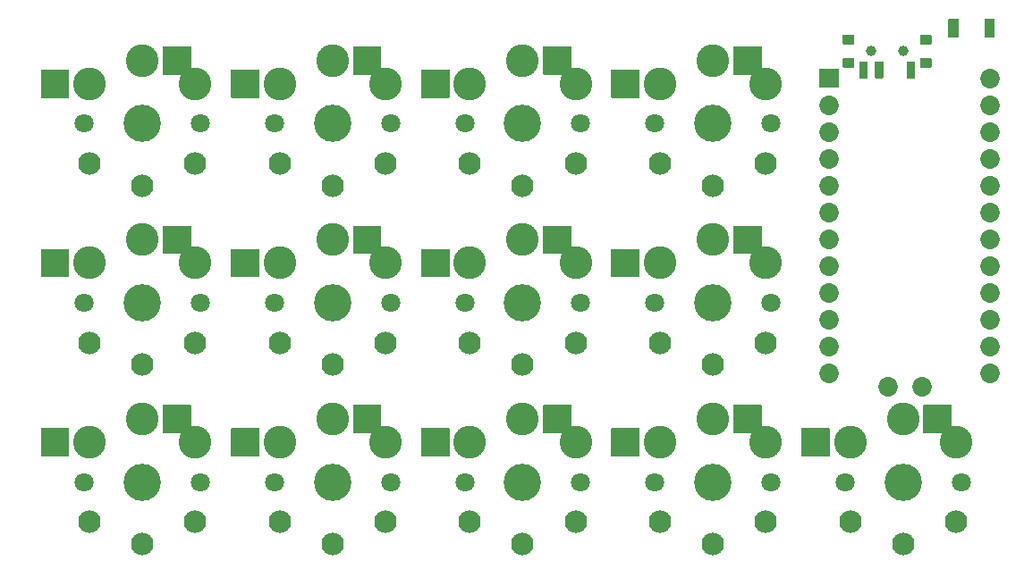
<source format=gbr>
%TF.GenerationSoftware,KiCad,Pcbnew,(5.1.10-1-10_14)*%
%TF.CreationDate,2022-03-08T11:01:30+00:00*%
%TF.ProjectId,The Card Tears Rounded,54686520-4361-4726-9420-546561727320,VERSION_HERE*%
%TF.SameCoordinates,Original*%
%TF.FileFunction,Soldermask,Top*%
%TF.FilePolarity,Negative*%
%FSLAX46Y46*%
G04 Gerber Fmt 4.6, Leading zero omitted, Abs format (unit mm)*
G04 Created by KiCad (PCBNEW (5.1.10-1-10_14)) date 2022-03-08 11:01:30*
%MOMM*%
%LPD*%
G01*
G04 APERTURE LIST*
%ADD10C,1.852600*%
%ADD11C,3.529000*%
%ADD12C,1.801800*%
%ADD13C,3.100000*%
%ADD14C,2.132000*%
%ADD15C,1.000000*%
G04 APERTURE END LIST*
%TO.C,MCU1*%
G36*
G01*
X82103700Y39196300D02*
X83856300Y39196300D01*
G75*
G02*
X83906300Y39146300I0J-50000D01*
G01*
X83906300Y37393700D01*
G75*
G02*
X83856300Y37343700I-50000J0D01*
G01*
X82103700Y37343700D01*
G75*
G02*
X82053700Y37393700I0J50000D01*
G01*
X82053700Y39146300D01*
G75*
G02*
X82103700Y39196300I50000J0D01*
G01*
G37*
D10*
X82980000Y35730000D03*
X82980000Y33190000D03*
X82980000Y30650000D03*
X82980000Y28110000D03*
X82980000Y25570000D03*
X82980000Y23030000D03*
X82980000Y20490000D03*
X82980000Y17950000D03*
X82980000Y15410000D03*
X82980000Y12870000D03*
X82980000Y10330000D03*
X98220000Y38270000D03*
X98220000Y35730000D03*
X98220000Y33190000D03*
X98220000Y30650000D03*
X98220000Y28110000D03*
X98220000Y25570000D03*
X98220000Y23030000D03*
X98220000Y20490000D03*
X98220000Y17950000D03*
X98220000Y15410000D03*
X98220000Y12870000D03*
X98220000Y10330000D03*
%TD*%
D11*
%TO.C,S1*%
X18000000Y0D03*
D12*
X23500000Y0D03*
X12500000Y0D03*
D13*
X23000000Y3750000D03*
X18000000Y5950000D03*
X13000000Y3750000D03*
X18000000Y5950000D03*
G36*
G01*
X19925000Y4650000D02*
X19925000Y7250000D01*
G75*
G02*
X19975000Y7300000I50000J0D01*
G01*
X22575000Y7300000D01*
G75*
G02*
X22625000Y7250000I0J-50000D01*
G01*
X22625000Y4650000D01*
G75*
G02*
X22575000Y4600000I-50000J0D01*
G01*
X19975000Y4600000D01*
G75*
G02*
X19925000Y4650000I0J50000D01*
G01*
G37*
G36*
G01*
X8375000Y2450000D02*
X8375000Y5050000D01*
G75*
G02*
X8425000Y5100000I50000J0D01*
G01*
X11025000Y5100000D01*
G75*
G02*
X11075000Y5050000I0J-50000D01*
G01*
X11075000Y2450000D01*
G75*
G02*
X11025000Y2400000I-50000J0D01*
G01*
X8425000Y2400000D01*
G75*
G02*
X8375000Y2450000I0J50000D01*
G01*
G37*
%TD*%
D11*
%TO.C,S2*%
X18000000Y0D03*
D12*
X12500000Y0D03*
X23500000Y0D03*
D14*
X13000000Y-3800000D03*
X18000000Y-5900000D03*
X23000000Y-3800000D03*
X18000000Y-5900000D03*
%TD*%
D11*
%TO.C,S3*%
X18000000Y17000000D03*
D12*
X23500000Y17000000D03*
X12500000Y17000000D03*
D13*
X23000000Y20750000D03*
X18000000Y22950000D03*
X13000000Y20750000D03*
X18000000Y22950000D03*
G36*
G01*
X19925000Y21650000D02*
X19925000Y24250000D01*
G75*
G02*
X19975000Y24300000I50000J0D01*
G01*
X22575000Y24300000D01*
G75*
G02*
X22625000Y24250000I0J-50000D01*
G01*
X22625000Y21650000D01*
G75*
G02*
X22575000Y21600000I-50000J0D01*
G01*
X19975000Y21600000D01*
G75*
G02*
X19925000Y21650000I0J50000D01*
G01*
G37*
G36*
G01*
X8375000Y19450000D02*
X8375000Y22050000D01*
G75*
G02*
X8425000Y22100000I50000J0D01*
G01*
X11025000Y22100000D01*
G75*
G02*
X11075000Y22050000I0J-50000D01*
G01*
X11075000Y19450000D01*
G75*
G02*
X11025000Y19400000I-50000J0D01*
G01*
X8425000Y19400000D01*
G75*
G02*
X8375000Y19450000I0J50000D01*
G01*
G37*
%TD*%
D11*
%TO.C,S4*%
X18000000Y17000000D03*
D12*
X12500000Y17000000D03*
X23500000Y17000000D03*
D14*
X13000000Y13200000D03*
X18000000Y11100000D03*
X23000000Y13200000D03*
X18000000Y11100000D03*
%TD*%
D11*
%TO.C,S5*%
X18000000Y34000000D03*
D12*
X23500000Y34000000D03*
X12500000Y34000000D03*
D13*
X23000000Y37750000D03*
X18000000Y39950000D03*
X13000000Y37750000D03*
X18000000Y39950000D03*
G36*
G01*
X19925000Y38650000D02*
X19925000Y41250000D01*
G75*
G02*
X19975000Y41300000I50000J0D01*
G01*
X22575000Y41300000D01*
G75*
G02*
X22625000Y41250000I0J-50000D01*
G01*
X22625000Y38650000D01*
G75*
G02*
X22575000Y38600000I-50000J0D01*
G01*
X19975000Y38600000D01*
G75*
G02*
X19925000Y38650000I0J50000D01*
G01*
G37*
G36*
G01*
X8375000Y36450000D02*
X8375000Y39050000D01*
G75*
G02*
X8425000Y39100000I50000J0D01*
G01*
X11025000Y39100000D01*
G75*
G02*
X11075000Y39050000I0J-50000D01*
G01*
X11075000Y36450000D01*
G75*
G02*
X11025000Y36400000I-50000J0D01*
G01*
X8425000Y36400000D01*
G75*
G02*
X8375000Y36450000I0J50000D01*
G01*
G37*
%TD*%
D11*
%TO.C,S6*%
X18000000Y34000000D03*
D12*
X12500000Y34000000D03*
X23500000Y34000000D03*
D14*
X13000000Y30200000D03*
X18000000Y28100000D03*
X23000000Y30200000D03*
X18000000Y28100000D03*
%TD*%
D11*
%TO.C,S7*%
X36000000Y0D03*
D12*
X41500000Y0D03*
X30500000Y0D03*
D13*
X41000000Y3750000D03*
X36000000Y5950000D03*
X31000000Y3750000D03*
X36000000Y5950000D03*
G36*
G01*
X37925000Y4650000D02*
X37925000Y7250000D01*
G75*
G02*
X37975000Y7300000I50000J0D01*
G01*
X40575000Y7300000D01*
G75*
G02*
X40625000Y7250000I0J-50000D01*
G01*
X40625000Y4650000D01*
G75*
G02*
X40575000Y4600000I-50000J0D01*
G01*
X37975000Y4600000D01*
G75*
G02*
X37925000Y4650000I0J50000D01*
G01*
G37*
G36*
G01*
X26375000Y2450000D02*
X26375000Y5050000D01*
G75*
G02*
X26425000Y5100000I50000J0D01*
G01*
X29025000Y5100000D01*
G75*
G02*
X29075000Y5050000I0J-50000D01*
G01*
X29075000Y2450000D01*
G75*
G02*
X29025000Y2400000I-50000J0D01*
G01*
X26425000Y2400000D01*
G75*
G02*
X26375000Y2450000I0J50000D01*
G01*
G37*
%TD*%
D11*
%TO.C,S8*%
X36000000Y0D03*
D12*
X30500000Y0D03*
X41500000Y0D03*
D14*
X31000000Y-3800000D03*
X36000000Y-5900000D03*
X41000000Y-3800000D03*
X36000000Y-5900000D03*
%TD*%
D11*
%TO.C,S9*%
X36000000Y17000000D03*
D12*
X41500000Y17000000D03*
X30500000Y17000000D03*
D13*
X41000000Y20750000D03*
X36000000Y22950000D03*
X31000000Y20750000D03*
X36000000Y22950000D03*
G36*
G01*
X37925000Y21650000D02*
X37925000Y24250000D01*
G75*
G02*
X37975000Y24300000I50000J0D01*
G01*
X40575000Y24300000D01*
G75*
G02*
X40625000Y24250000I0J-50000D01*
G01*
X40625000Y21650000D01*
G75*
G02*
X40575000Y21600000I-50000J0D01*
G01*
X37975000Y21600000D01*
G75*
G02*
X37925000Y21650000I0J50000D01*
G01*
G37*
G36*
G01*
X26375000Y19450000D02*
X26375000Y22050000D01*
G75*
G02*
X26425000Y22100000I50000J0D01*
G01*
X29025000Y22100000D01*
G75*
G02*
X29075000Y22050000I0J-50000D01*
G01*
X29075000Y19450000D01*
G75*
G02*
X29025000Y19400000I-50000J0D01*
G01*
X26425000Y19400000D01*
G75*
G02*
X26375000Y19450000I0J50000D01*
G01*
G37*
%TD*%
D11*
%TO.C,S10*%
X36000000Y17000000D03*
D12*
X30500000Y17000000D03*
X41500000Y17000000D03*
D14*
X31000000Y13200000D03*
X36000000Y11100000D03*
X41000000Y13200000D03*
X36000000Y11100000D03*
%TD*%
D11*
%TO.C,S11*%
X36000000Y34000000D03*
D12*
X41500000Y34000000D03*
X30500000Y34000000D03*
D13*
X41000000Y37750000D03*
X36000000Y39950000D03*
X31000000Y37750000D03*
X36000000Y39950000D03*
G36*
G01*
X37925000Y38650000D02*
X37925000Y41250000D01*
G75*
G02*
X37975000Y41300000I50000J0D01*
G01*
X40575000Y41300000D01*
G75*
G02*
X40625000Y41250000I0J-50000D01*
G01*
X40625000Y38650000D01*
G75*
G02*
X40575000Y38600000I-50000J0D01*
G01*
X37975000Y38600000D01*
G75*
G02*
X37925000Y38650000I0J50000D01*
G01*
G37*
G36*
G01*
X26375000Y36450000D02*
X26375000Y39050000D01*
G75*
G02*
X26425000Y39100000I50000J0D01*
G01*
X29025000Y39100000D01*
G75*
G02*
X29075000Y39050000I0J-50000D01*
G01*
X29075000Y36450000D01*
G75*
G02*
X29025000Y36400000I-50000J0D01*
G01*
X26425000Y36400000D01*
G75*
G02*
X26375000Y36450000I0J50000D01*
G01*
G37*
%TD*%
D11*
%TO.C,S12*%
X36000000Y34000000D03*
D12*
X30500000Y34000000D03*
X41500000Y34000000D03*
D14*
X31000000Y30200000D03*
X36000000Y28100000D03*
X41000000Y30200000D03*
X36000000Y28100000D03*
%TD*%
D11*
%TO.C,S13*%
X54000000Y0D03*
D12*
X59500000Y0D03*
X48500000Y0D03*
D13*
X59000000Y3750000D03*
X54000000Y5950000D03*
X49000000Y3750000D03*
X54000000Y5950000D03*
G36*
G01*
X55925000Y4650000D02*
X55925000Y7250000D01*
G75*
G02*
X55975000Y7300000I50000J0D01*
G01*
X58575000Y7300000D01*
G75*
G02*
X58625000Y7250000I0J-50000D01*
G01*
X58625000Y4650000D01*
G75*
G02*
X58575000Y4600000I-50000J0D01*
G01*
X55975000Y4600000D01*
G75*
G02*
X55925000Y4650000I0J50000D01*
G01*
G37*
G36*
G01*
X44375000Y2450000D02*
X44375000Y5050000D01*
G75*
G02*
X44425000Y5100000I50000J0D01*
G01*
X47025000Y5100000D01*
G75*
G02*
X47075000Y5050000I0J-50000D01*
G01*
X47075000Y2450000D01*
G75*
G02*
X47025000Y2400000I-50000J0D01*
G01*
X44425000Y2400000D01*
G75*
G02*
X44375000Y2450000I0J50000D01*
G01*
G37*
%TD*%
D11*
%TO.C,S14*%
X54000000Y0D03*
D12*
X48500000Y0D03*
X59500000Y0D03*
D14*
X49000000Y-3800000D03*
X54000000Y-5900000D03*
X59000000Y-3800000D03*
X54000000Y-5900000D03*
%TD*%
D11*
%TO.C,S15*%
X54000000Y17000000D03*
D12*
X59500000Y17000000D03*
X48500000Y17000000D03*
D13*
X59000000Y20750000D03*
X54000000Y22950000D03*
X49000000Y20750000D03*
X54000000Y22950000D03*
G36*
G01*
X55925000Y21650000D02*
X55925000Y24250000D01*
G75*
G02*
X55975000Y24300000I50000J0D01*
G01*
X58575000Y24300000D01*
G75*
G02*
X58625000Y24250000I0J-50000D01*
G01*
X58625000Y21650000D01*
G75*
G02*
X58575000Y21600000I-50000J0D01*
G01*
X55975000Y21600000D01*
G75*
G02*
X55925000Y21650000I0J50000D01*
G01*
G37*
G36*
G01*
X44375000Y19450000D02*
X44375000Y22050000D01*
G75*
G02*
X44425000Y22100000I50000J0D01*
G01*
X47025000Y22100000D01*
G75*
G02*
X47075000Y22050000I0J-50000D01*
G01*
X47075000Y19450000D01*
G75*
G02*
X47025000Y19400000I-50000J0D01*
G01*
X44425000Y19400000D01*
G75*
G02*
X44375000Y19450000I0J50000D01*
G01*
G37*
%TD*%
D11*
%TO.C,S16*%
X54000000Y17000000D03*
D12*
X48500000Y17000000D03*
X59500000Y17000000D03*
D14*
X49000000Y13200000D03*
X54000000Y11100000D03*
X59000000Y13200000D03*
X54000000Y11100000D03*
%TD*%
D11*
%TO.C,S17*%
X54000000Y34000000D03*
D12*
X59500000Y34000000D03*
X48500000Y34000000D03*
D13*
X59000000Y37750000D03*
X54000000Y39950000D03*
X49000000Y37750000D03*
X54000000Y39950000D03*
G36*
G01*
X55925000Y38650000D02*
X55925000Y41250000D01*
G75*
G02*
X55975000Y41300000I50000J0D01*
G01*
X58575000Y41300000D01*
G75*
G02*
X58625000Y41250000I0J-50000D01*
G01*
X58625000Y38650000D01*
G75*
G02*
X58575000Y38600000I-50000J0D01*
G01*
X55975000Y38600000D01*
G75*
G02*
X55925000Y38650000I0J50000D01*
G01*
G37*
G36*
G01*
X44375000Y36450000D02*
X44375000Y39050000D01*
G75*
G02*
X44425000Y39100000I50000J0D01*
G01*
X47025000Y39100000D01*
G75*
G02*
X47075000Y39050000I0J-50000D01*
G01*
X47075000Y36450000D01*
G75*
G02*
X47025000Y36400000I-50000J0D01*
G01*
X44425000Y36400000D01*
G75*
G02*
X44375000Y36450000I0J50000D01*
G01*
G37*
%TD*%
D11*
%TO.C,S18*%
X54000000Y34000000D03*
D12*
X48500000Y34000000D03*
X59500000Y34000000D03*
D14*
X49000000Y30200000D03*
X54000000Y28100000D03*
X59000000Y30200000D03*
X54000000Y28100000D03*
%TD*%
D11*
%TO.C,S19*%
X72000000Y0D03*
D12*
X77500000Y0D03*
X66500000Y0D03*
D13*
X77000000Y3750000D03*
X72000000Y5950000D03*
X67000000Y3750000D03*
X72000000Y5950000D03*
G36*
G01*
X73925000Y4650000D02*
X73925000Y7250000D01*
G75*
G02*
X73975000Y7300000I50000J0D01*
G01*
X76575000Y7300000D01*
G75*
G02*
X76625000Y7250000I0J-50000D01*
G01*
X76625000Y4650000D01*
G75*
G02*
X76575000Y4600000I-50000J0D01*
G01*
X73975000Y4600000D01*
G75*
G02*
X73925000Y4650000I0J50000D01*
G01*
G37*
G36*
G01*
X62375000Y2450000D02*
X62375000Y5050000D01*
G75*
G02*
X62425000Y5100000I50000J0D01*
G01*
X65025000Y5100000D01*
G75*
G02*
X65075000Y5050000I0J-50000D01*
G01*
X65075000Y2450000D01*
G75*
G02*
X65025000Y2400000I-50000J0D01*
G01*
X62425000Y2400000D01*
G75*
G02*
X62375000Y2450000I0J50000D01*
G01*
G37*
%TD*%
D11*
%TO.C,S20*%
X72000000Y0D03*
D12*
X66500000Y0D03*
X77500000Y0D03*
D14*
X67000000Y-3800000D03*
X72000000Y-5900000D03*
X77000000Y-3800000D03*
X72000000Y-5900000D03*
%TD*%
D11*
%TO.C,S21*%
X72000000Y17000000D03*
D12*
X77500000Y17000000D03*
X66500000Y17000000D03*
D13*
X77000000Y20750000D03*
X72000000Y22950000D03*
X67000000Y20750000D03*
X72000000Y22950000D03*
G36*
G01*
X73925000Y21650000D02*
X73925000Y24250000D01*
G75*
G02*
X73975000Y24300000I50000J0D01*
G01*
X76575000Y24300000D01*
G75*
G02*
X76625000Y24250000I0J-50000D01*
G01*
X76625000Y21650000D01*
G75*
G02*
X76575000Y21600000I-50000J0D01*
G01*
X73975000Y21600000D01*
G75*
G02*
X73925000Y21650000I0J50000D01*
G01*
G37*
G36*
G01*
X62375000Y19450000D02*
X62375000Y22050000D01*
G75*
G02*
X62425000Y22100000I50000J0D01*
G01*
X65025000Y22100000D01*
G75*
G02*
X65075000Y22050000I0J-50000D01*
G01*
X65075000Y19450000D01*
G75*
G02*
X65025000Y19400000I-50000J0D01*
G01*
X62425000Y19400000D01*
G75*
G02*
X62375000Y19450000I0J50000D01*
G01*
G37*
%TD*%
D11*
%TO.C,S22*%
X72000000Y17000000D03*
D12*
X66500000Y17000000D03*
X77500000Y17000000D03*
D14*
X67000000Y13200000D03*
X72000000Y11100000D03*
X77000000Y13200000D03*
X72000000Y11100000D03*
%TD*%
D11*
%TO.C,S23*%
X72000000Y34000000D03*
D12*
X77500000Y34000000D03*
X66500000Y34000000D03*
D13*
X77000000Y37750000D03*
X72000000Y39950000D03*
X67000000Y37750000D03*
X72000000Y39950000D03*
G36*
G01*
X73925000Y38650000D02*
X73925000Y41250000D01*
G75*
G02*
X73975000Y41300000I50000J0D01*
G01*
X76575000Y41300000D01*
G75*
G02*
X76625000Y41250000I0J-50000D01*
G01*
X76625000Y38650000D01*
G75*
G02*
X76575000Y38600000I-50000J0D01*
G01*
X73975000Y38600000D01*
G75*
G02*
X73925000Y38650000I0J50000D01*
G01*
G37*
G36*
G01*
X62375000Y36450000D02*
X62375000Y39050000D01*
G75*
G02*
X62425000Y39100000I50000J0D01*
G01*
X65025000Y39100000D01*
G75*
G02*
X65075000Y39050000I0J-50000D01*
G01*
X65075000Y36450000D01*
G75*
G02*
X65025000Y36400000I-50000J0D01*
G01*
X62425000Y36400000D01*
G75*
G02*
X62375000Y36450000I0J50000D01*
G01*
G37*
%TD*%
D11*
%TO.C,S24*%
X72000000Y34000000D03*
D12*
X66500000Y34000000D03*
X77500000Y34000000D03*
D14*
X67000000Y30200000D03*
X72000000Y28100000D03*
X77000000Y30200000D03*
X72000000Y28100000D03*
%TD*%
D11*
%TO.C,S25*%
X90000000Y0D03*
D12*
X95500000Y0D03*
X84500000Y0D03*
D13*
X95000000Y3750000D03*
X90000000Y5950000D03*
X85000000Y3750000D03*
X90000000Y5950000D03*
G36*
G01*
X91925000Y4650000D02*
X91925000Y7250000D01*
G75*
G02*
X91975000Y7300000I50000J0D01*
G01*
X94575000Y7300000D01*
G75*
G02*
X94625000Y7250000I0J-50000D01*
G01*
X94625000Y4650000D01*
G75*
G02*
X94575000Y4600000I-50000J0D01*
G01*
X91975000Y4600000D01*
G75*
G02*
X91925000Y4650000I0J50000D01*
G01*
G37*
G36*
G01*
X80375000Y2450000D02*
X80375000Y5050000D01*
G75*
G02*
X80425000Y5100000I50000J0D01*
G01*
X83025000Y5100000D01*
G75*
G02*
X83075000Y5050000I0J-50000D01*
G01*
X83075000Y2450000D01*
G75*
G02*
X83025000Y2400000I-50000J0D01*
G01*
X80425000Y2400000D01*
G75*
G02*
X80375000Y2450000I0J50000D01*
G01*
G37*
%TD*%
D11*
%TO.C,S26*%
X90000000Y0D03*
D12*
X84500000Y0D03*
X95500000Y0D03*
D14*
X85000000Y-3800000D03*
X90000000Y-5900000D03*
X95000000Y-3800000D03*
X90000000Y-5900000D03*
%TD*%
D15*
%TO.C,*%
X90000000Y40830000D03*
X87000000Y40830000D03*
G36*
G01*
X90350000Y38320000D02*
X90350000Y39820000D01*
G75*
G02*
X90400000Y39870000I50000J0D01*
G01*
X91100000Y39870000D01*
G75*
G02*
X91150000Y39820000I0J-50000D01*
G01*
X91150000Y38320000D01*
G75*
G02*
X91100000Y38270000I-50000J0D01*
G01*
X90400000Y38270000D01*
G75*
G02*
X90350000Y38320000I0J50000D01*
G01*
G37*
G36*
G01*
X87350000Y38320000D02*
X87350000Y39820000D01*
G75*
G02*
X87400000Y39870000I50000J0D01*
G01*
X88100000Y39870000D01*
G75*
G02*
X88150000Y39820000I0J-50000D01*
G01*
X88150000Y38320000D01*
G75*
G02*
X88100000Y38270000I-50000J0D01*
G01*
X87400000Y38270000D01*
G75*
G02*
X87350000Y38320000I0J50000D01*
G01*
G37*
G36*
G01*
X85850000Y38320000D02*
X85850000Y39820000D01*
G75*
G02*
X85900000Y39870000I50000J0D01*
G01*
X86600000Y39870000D01*
G75*
G02*
X86650000Y39820000I0J-50000D01*
G01*
X86650000Y38320000D01*
G75*
G02*
X86600000Y38270000I-50000J0D01*
G01*
X85900000Y38270000D01*
G75*
G02*
X85850000Y38320000I0J50000D01*
G01*
G37*
G36*
G01*
X91600000Y41530000D02*
X91600000Y42330000D01*
G75*
G02*
X91650000Y42380000I50000J0D01*
G01*
X92650000Y42380000D01*
G75*
G02*
X92700000Y42330000I0J-50000D01*
G01*
X92700000Y41530000D01*
G75*
G02*
X92650000Y41480000I-50000J0D01*
G01*
X91650000Y41480000D01*
G75*
G02*
X91600000Y41530000I0J50000D01*
G01*
G37*
G36*
G01*
X84300000Y41530000D02*
X84300000Y42330000D01*
G75*
G02*
X84350000Y42380000I50000J0D01*
G01*
X85350000Y42380000D01*
G75*
G02*
X85400000Y42330000I0J-50000D01*
G01*
X85400000Y41530000D01*
G75*
G02*
X85350000Y41480000I-50000J0D01*
G01*
X84350000Y41480000D01*
G75*
G02*
X84300000Y41530000I0J50000D01*
G01*
G37*
G36*
G01*
X84300000Y39320000D02*
X84300000Y40120000D01*
G75*
G02*
X84350000Y40170000I50000J0D01*
G01*
X85350000Y40170000D01*
G75*
G02*
X85400000Y40120000I0J-50000D01*
G01*
X85400000Y39320000D01*
G75*
G02*
X85350000Y39270000I-50000J0D01*
G01*
X84350000Y39270000D01*
G75*
G02*
X84300000Y39320000I0J50000D01*
G01*
G37*
G36*
G01*
X91600000Y39320000D02*
X91600000Y40120000D01*
G75*
G02*
X91650000Y40170000I50000J0D01*
G01*
X92650000Y40170000D01*
G75*
G02*
X92700000Y40120000I0J-50000D01*
G01*
X92700000Y39320000D01*
G75*
G02*
X92650000Y39270000I-50000J0D01*
G01*
X91650000Y39270000D01*
G75*
G02*
X91600000Y39320000I0J50000D01*
G01*
G37*
X90000000Y40830000D03*
X87000000Y40830000D03*
%TD*%
%TO.C,*%
G36*
G01*
X97700000Y42150000D02*
X97700000Y43850000D01*
G75*
G02*
X97750000Y43900000I50000J0D01*
G01*
X98650000Y43900000D01*
G75*
G02*
X98700000Y43850000I0J-50000D01*
G01*
X98700000Y42150000D01*
G75*
G02*
X98650000Y42100000I-50000J0D01*
G01*
X97750000Y42100000D01*
G75*
G02*
X97700000Y42150000I0J50000D01*
G01*
G37*
G36*
G01*
X94300000Y42150000D02*
X94300000Y43850000D01*
G75*
G02*
X94350000Y43900000I50000J0D01*
G01*
X95250000Y43900000D01*
G75*
G02*
X95300000Y43850000I0J-50000D01*
G01*
X95300000Y42150000D01*
G75*
G02*
X95250000Y42100000I-50000J0D01*
G01*
X94350000Y42100000D01*
G75*
G02*
X94300000Y42150000I0J50000D01*
G01*
G37*
%TD*%
D10*
%TO.C,*%
X88580000Y9000000D03*
X91820000Y9000000D03*
%TD*%
M02*

</source>
